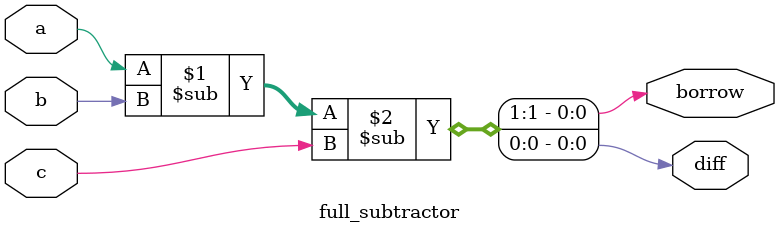
<source format=v>
`timescale 1ns / 1ps


module full_subtractor(a,b,c,diff,borrow );
input a,b,c;
output diff,borrow;
assign {borrow , diff } = a-b-c;

endmodule

</source>
